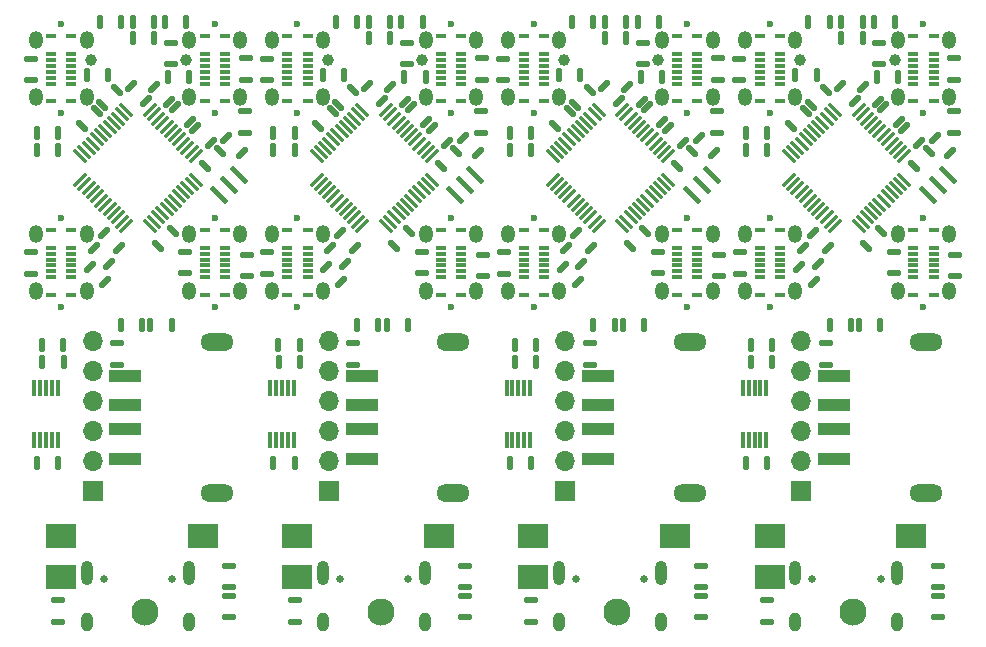
<source format=gbr>
%TF.GenerationSoftware,KiCad,Pcbnew,(6.0.7)*%
%TF.CreationDate,2023-08-28T04:04:33+08:00*%
%TF.ProjectId,USB_Hub_Panelization,5553425f-4875-4625-9f50-616e656c697a,rev?*%
%TF.SameCoordinates,Original*%
%TF.FileFunction,Soldermask,Top*%
%TF.FilePolarity,Negative*%
%FSLAX46Y46*%
G04 Gerber Fmt 4.6, Leading zero omitted, Abs format (unit mm)*
G04 Created by KiCad (PCBNEW (6.0.7)) date 2023-08-28 04:04:33*
%MOMM*%
%LPD*%
G01*
G04 APERTURE LIST*
G04 Aperture macros list*
%AMRoundRect*
0 Rectangle with rounded corners*
0 $1 Rounding radius*
0 $2 $3 $4 $5 $6 $7 $8 $9 X,Y pos of 4 corners*
0 Add a 4 corners polygon primitive as box body*
4,1,4,$2,$3,$4,$5,$6,$7,$8,$9,$2,$3,0*
0 Add four circle primitives for the rounded corners*
1,1,$1+$1,$2,$3*
1,1,$1+$1,$4,$5*
1,1,$1+$1,$6,$7*
1,1,$1+$1,$8,$9*
0 Add four rect primitives between the rounded corners*
20,1,$1+$1,$2,$3,$4,$5,0*
20,1,$1+$1,$4,$5,$6,$7,0*
20,1,$1+$1,$6,$7,$8,$9,0*
20,1,$1+$1,$8,$9,$2,$3,0*%
%AMRotRect*
0 Rectangle, with rotation*
0 The origin of the aperture is its center*
0 $1 length*
0 $2 width*
0 $3 Rotation angle, in degrees counterclockwise*
0 Add horizontal line*
21,1,$1,$2,0,0,$3*%
G04 Aperture macros list end*
%ADD10RoundRect,0.125000X-0.424264X-0.247487X-0.247487X-0.424264X0.424264X0.247487X0.247487X0.424264X0*%
%ADD11O,1.700000X1.700000*%
%ADD12R,1.700000X1.700000*%
%ADD13RoundRect,0.121951X0.128049X0.478049X-0.128049X0.478049X-0.128049X-0.478049X0.128049X-0.478049X0*%
%ADD14R,2.500000X2.000000*%
%ADD15C,2.300000*%
%ADD16RoundRect,0.125000X0.247487X-0.424264X0.424264X-0.247487X-0.247487X0.424264X-0.424264X0.247487X0*%
%ADD17RoundRect,0.125000X0.475000X-0.125000X0.475000X0.125000X-0.475000X0.125000X-0.475000X-0.125000X0*%
%ADD18RoundRect,0.121951X-0.128049X-0.478049X0.128049X-0.478049X0.128049X0.478049X-0.128049X0.478049X0*%
%ADD19RoundRect,0.125000X-0.475000X0.125000X-0.475000X-0.125000X0.475000X-0.125000X0.475000X0.125000X0*%
%ADD20R,0.300000X1.400000*%
%ADD21O,1.200000X1.500000*%
%ADD22R,0.870000X0.300000*%
%ADD23C,0.600000*%
%ADD24O,2.800000X1.500000*%
%ADD25R,2.800000X1.000000*%
%ADD26RoundRect,0.125000X-0.125000X-0.475000X0.125000X-0.475000X0.125000X0.475000X-0.125000X0.475000X0*%
%ADD27O,1.000000X2.100000*%
%ADD28O,1.000000X1.600000*%
%ADD29C,0.650000*%
%ADD30RoundRect,0.121951X0.428576X0.247487X0.247487X0.428576X-0.428576X-0.247487X-0.247487X-0.428576X0*%
%ADD31RoundRect,0.075000X0.415425X-0.521491X0.521491X-0.415425X-0.415425X0.521491X-0.521491X0.415425X0*%
%ADD32RoundRect,0.075000X-0.415425X-0.521491X0.521491X0.415425X0.415425X0.521491X-0.521491X-0.415425X0*%
%ADD33RotRect,0.400000X1.900000X45.000000*%
%ADD34RoundRect,0.125000X0.125000X0.475000X-0.125000X0.475000X-0.125000X-0.475000X0.125000X-0.475000X0*%
%ADD35RoundRect,0.121951X-0.478049X0.128049X-0.478049X-0.128049X0.478049X-0.128049X0.478049X0.128049X0*%
%ADD36RoundRect,0.125000X-0.247487X0.424264X-0.424264X0.247487X0.247487X-0.424264X0.424264X-0.247487X0*%
%ADD37RoundRect,0.121951X0.478049X-0.128049X0.478049X0.128049X-0.478049X0.128049X-0.478049X-0.128049X0*%
%ADD38RoundRect,0.125000X0.424264X0.247487X0.247487X0.424264X-0.424264X-0.247487X-0.247487X-0.424264X0*%
%ADD39C,1.000000*%
G04 APERTURE END LIST*
D10*
%TO.C,C22*%
X155135184Y-74998520D03*
X153862392Y-73725728D03*
%TD*%
D11*
%TO.C,J3*%
X145148788Y-91762124D03*
X145148788Y-94302124D03*
X145148788Y-96842124D03*
X145148788Y-99382124D03*
X145148788Y-101922124D03*
D12*
X145148788Y-104462124D03*
%TD*%
D13*
%TO.C,R9*%
X140898788Y-93562124D03*
X142698788Y-93562124D03*
%TD*%
D14*
%TO.C,DC1*%
X142473788Y-111762124D03*
X142473788Y-108262124D03*
X154473788Y-108262124D03*
D15*
X149553788Y-114662124D03*
%TD*%
D16*
%TO.C,C19*%
X147235184Y-70475728D03*
X145962392Y-71748520D03*
%TD*%
D17*
%TO.C,D7*%
X158098788Y-67837124D03*
X158098788Y-69637124D03*
%TD*%
D18*
%TO.C,R12*%
X150348788Y-66112124D03*
X148548788Y-66112124D03*
%TD*%
D19*
%TO.C,C3*%
X147223788Y-93762124D03*
X147223788Y-91962124D03*
%TD*%
D20*
%TO.C,U1*%
X142198788Y-100112124D03*
X141698788Y-100112124D03*
X141198788Y-100112124D03*
X140698788Y-100112124D03*
X140198788Y-100112124D03*
X140198788Y-95712124D03*
X140698788Y-95712124D03*
X141198788Y-95712124D03*
X141698788Y-95712124D03*
X142198788Y-95712124D03*
%TD*%
D21*
%TO.C,P1*%
X144648788Y-71112124D03*
X140348788Y-66312124D03*
X144648788Y-66312124D03*
X140348788Y-71112124D03*
D22*
X143363788Y-71462124D03*
X143363788Y-69962124D03*
X143363788Y-69462124D03*
X143363788Y-68962124D03*
X143363788Y-68462124D03*
X143363788Y-67962124D03*
X143363788Y-67462124D03*
X143363788Y-65962124D03*
X141633788Y-65962124D03*
X141633788Y-67462124D03*
X141633788Y-67962124D03*
X141633788Y-68462124D03*
X141633788Y-68962124D03*
X141633788Y-69462124D03*
X141633788Y-69962124D03*
X141633788Y-71462124D03*
D23*
X142498788Y-72462124D03*
X142498788Y-64962124D03*
%TD*%
D13*
%TO.C,R16*%
X140448788Y-75562124D03*
X142248788Y-75562124D03*
%TD*%
D10*
%TO.C,C24*%
X151635184Y-71498520D03*
X150362392Y-70225728D03*
%TD*%
D24*
%TO.C,J2*%
X155689288Y-104612124D03*
X155689288Y-91812124D03*
D25*
X147923288Y-94712124D03*
X147923288Y-97212124D03*
X147923288Y-99212124D03*
X147923288Y-101712124D03*
%TD*%
D26*
%TO.C,C6*%
X142248788Y-102112124D03*
X140448788Y-102112124D03*
%TD*%
D21*
%TO.C,P5*%
X153348788Y-66312124D03*
X157648788Y-71112124D03*
X153348788Y-71112124D03*
X157648788Y-66312124D03*
D22*
X156363788Y-71462124D03*
X156363788Y-69962124D03*
X156363788Y-69462124D03*
X156363788Y-68962124D03*
X156363788Y-68462124D03*
X156363788Y-67962124D03*
X156363788Y-67462124D03*
X156363788Y-65962124D03*
X154633788Y-65962124D03*
X154633788Y-67462124D03*
X154633788Y-67962124D03*
X154633788Y-68462124D03*
X154633788Y-68962124D03*
X154633788Y-69462124D03*
X154633788Y-69962124D03*
X154633788Y-71462124D03*
D23*
X155498788Y-72462124D03*
X155498788Y-64962124D03*
%TD*%
D17*
%TO.C,D9*%
X156698788Y-113337124D03*
X156698788Y-115137124D03*
%TD*%
%TO.C,C1*%
X151748788Y-66512124D03*
X151748788Y-68312124D03*
%TD*%
D10*
%TO.C,C21*%
X157760184Y-75823520D03*
X156487392Y-74550728D03*
%TD*%
D19*
%TO.C,C7*%
X152998788Y-86012124D03*
X152998788Y-84212124D03*
%TD*%
D27*
%TO.C,P2*%
X153293788Y-111382124D03*
X144653788Y-111382124D03*
D28*
X153293788Y-115562124D03*
X144653788Y-115562124D03*
D29*
X146083788Y-111912124D03*
X151863788Y-111912124D03*
%TD*%
D30*
%TO.C,R17*%
X148412392Y-70175728D03*
X149685184Y-71448520D03*
%TD*%
D18*
%TO.C,R20*%
X153348788Y-69412124D03*
X151548788Y-69412124D03*
%TD*%
D31*
%TO.C,U3*%
X144110912Y-76113336D03*
X144464466Y-75759782D03*
X144818019Y-75406229D03*
X145171573Y-75052675D03*
X145525126Y-74699122D03*
X145878679Y-74345569D03*
X146232233Y-73992015D03*
X146585786Y-73638462D03*
X146939339Y-73284909D03*
X147292893Y-72931355D03*
X147646446Y-72577802D03*
X148000000Y-72224248D03*
D32*
X149997576Y-72224248D03*
X150351130Y-72577802D03*
X150704683Y-72931355D03*
X151058237Y-73284909D03*
X151411790Y-73638462D03*
X151765343Y-73992015D03*
X152118897Y-74345569D03*
X152472450Y-74699122D03*
X152826003Y-75052675D03*
X153179557Y-75406229D03*
X153533110Y-75759782D03*
X153886664Y-76113336D03*
D31*
X153886664Y-78110912D03*
X153533110Y-78464466D03*
X153179557Y-78818019D03*
X152826003Y-79171573D03*
X152472450Y-79525126D03*
X152118897Y-79878679D03*
X151765343Y-80232233D03*
X151411790Y-80585786D03*
X151058237Y-80939339D03*
X150704683Y-81292893D03*
X150351130Y-81646446D03*
X149997576Y-82000000D03*
D32*
X148000000Y-82000000D03*
X147646446Y-81646446D03*
X147292893Y-81292893D03*
X146939339Y-80939339D03*
X146585786Y-80585786D03*
X146232233Y-80232233D03*
X145878679Y-79878679D03*
X145525126Y-79525126D03*
X145171573Y-79171573D03*
X144818019Y-78818019D03*
X144464466Y-78464466D03*
X144110912Y-78110912D03*
%TD*%
D17*
%TO.C,D5*%
X139948788Y-84262124D03*
X139948788Y-86062124D03*
%TD*%
D13*
%TO.C,R2*%
X144648788Y-69212124D03*
X146448788Y-69212124D03*
%TD*%
D33*
%TO.C,Y1*%
X157568027Y-77692885D03*
X156719499Y-78541413D03*
X155870971Y-79389941D03*
%TD*%
D10*
%TO.C,C5*%
X146210184Y-86798520D03*
X144937392Y-85525728D03*
%TD*%
D34*
%TO.C,D6*%
X150048788Y-90437124D03*
X151848788Y-90437124D03*
%TD*%
D13*
%TO.C,R8*%
X145748788Y-64762124D03*
X147548788Y-64762124D03*
%TD*%
D10*
%TO.C,C11*%
X147385184Y-83898520D03*
X146112392Y-82625728D03*
%TD*%
D26*
%TO.C,D3*%
X150348788Y-64762124D03*
X148548788Y-64762124D03*
%TD*%
D35*
%TO.C,R22*%
X156698788Y-112612124D03*
X156698788Y-110812124D03*
%TD*%
D36*
%TO.C,C15*%
X150662392Y-83698520D03*
X151935184Y-82425728D03*
%TD*%
D17*
%TO.C,D2*%
X158198788Y-84462124D03*
X158198788Y-86262124D03*
%TD*%
D16*
%TO.C,C23*%
X155935184Y-75675728D03*
X154662392Y-76948520D03*
%TD*%
D21*
%TO.C,P3*%
X144648788Y-87512124D03*
X140348788Y-87512124D03*
X140348788Y-82712124D03*
X144648788Y-82712124D03*
D22*
X143363788Y-87862124D03*
X143363788Y-86362124D03*
X143363788Y-85862124D03*
X143363788Y-85362124D03*
X143363788Y-84862124D03*
X143363788Y-84362124D03*
X143363788Y-83862124D03*
X143363788Y-82362124D03*
X141633788Y-82362124D03*
X141633788Y-83862124D03*
X141633788Y-84362124D03*
X141633788Y-84862124D03*
X141633788Y-85362124D03*
X141633788Y-85862124D03*
X141633788Y-86362124D03*
X141633788Y-87862124D03*
D23*
X142498788Y-81362124D03*
X142498788Y-88862124D03*
%TD*%
D18*
%TO.C,R11*%
X149348788Y-90437124D03*
X147548788Y-90437124D03*
%TD*%
D37*
%TO.C,R19*%
X158048788Y-72312124D03*
X158048788Y-74112124D03*
%TD*%
D21*
%TO.C,P4*%
X157648788Y-87512124D03*
X157648788Y-82712124D03*
X153348788Y-87512124D03*
X153348788Y-82712124D03*
D22*
X156363788Y-87862124D03*
X156363788Y-86362124D03*
X156363788Y-85862124D03*
X156363788Y-85362124D03*
X156363788Y-84862124D03*
X156363788Y-84362124D03*
X156363788Y-83862124D03*
X156363788Y-82362124D03*
X154633788Y-82362124D03*
X154633788Y-83862124D03*
X154633788Y-84362124D03*
X154633788Y-84862124D03*
X154633788Y-85362124D03*
X154633788Y-85862124D03*
X154633788Y-86362124D03*
X154633788Y-87862124D03*
D23*
X155498788Y-88862124D03*
X155498788Y-81362124D03*
%TD*%
D18*
%TO.C,R18*%
X142248788Y-74162124D03*
X140448788Y-74162124D03*
%TD*%
D17*
%TO.C,D8*%
X139898788Y-67862124D03*
X139898788Y-69662124D03*
%TD*%
D34*
%TO.C,D4*%
X140873788Y-92137124D03*
X142673788Y-92137124D03*
%TD*%
D38*
%TO.C,C25*%
X152112392Y-71975728D03*
X153385184Y-73248520D03*
%TD*%
D18*
%TO.C,R21*%
X153098788Y-64762124D03*
X151298788Y-64762124D03*
%TD*%
D16*
%TO.C,C18*%
X145535184Y-72325728D03*
X144262392Y-73598520D03*
%TD*%
D19*
%TO.C,C4*%
X142248788Y-115512124D03*
X142248788Y-113712124D03*
%TD*%
D39*
%TO.C,Card1*%
X153048788Y-67937124D03*
X145048788Y-67934124D03*
%TD*%
D10*
%TO.C,C9*%
X146535184Y-85198520D03*
X145262392Y-83925728D03*
%TD*%
D17*
%TO.C,D9*%
X136698788Y-113337124D03*
X136698788Y-115137124D03*
%TD*%
%TO.C,C1*%
X131748788Y-66512124D03*
X131748788Y-68312124D03*
%TD*%
D10*
%TO.C,C22*%
X135135184Y-74998520D03*
X133862392Y-73725728D03*
%TD*%
D11*
%TO.C,J3*%
X125148788Y-91762124D03*
X125148788Y-94302124D03*
X125148788Y-96842124D03*
X125148788Y-99382124D03*
X125148788Y-101922124D03*
D12*
X125148788Y-104462124D03*
%TD*%
D16*
%TO.C,C19*%
X127235184Y-70475728D03*
X125962392Y-71748520D03*
%TD*%
D10*
%TO.C,C5*%
X126210184Y-86798520D03*
X124937392Y-85525728D03*
%TD*%
D17*
%TO.C,D7*%
X138098788Y-67837124D03*
X138098788Y-69637124D03*
%TD*%
D18*
%TO.C,R12*%
X130348788Y-66112124D03*
X128548788Y-66112124D03*
%TD*%
D19*
%TO.C,C3*%
X127223788Y-93762124D03*
X127223788Y-91962124D03*
%TD*%
D20*
%TO.C,U1*%
X122198788Y-100112124D03*
X121698788Y-100112124D03*
X121198788Y-100112124D03*
X120698788Y-100112124D03*
X120198788Y-100112124D03*
X120198788Y-95712124D03*
X120698788Y-95712124D03*
X121198788Y-95712124D03*
X121698788Y-95712124D03*
X122198788Y-95712124D03*
%TD*%
D10*
%TO.C,C9*%
X126535184Y-85198520D03*
X125262392Y-83925728D03*
%TD*%
D13*
%TO.C,R16*%
X120448788Y-75562124D03*
X122248788Y-75562124D03*
%TD*%
D10*
%TO.C,C24*%
X131635184Y-71498520D03*
X130362392Y-70225728D03*
%TD*%
D38*
%TO.C,C25*%
X132112392Y-71975728D03*
X133385184Y-73248520D03*
%TD*%
D26*
%TO.C,C6*%
X122248788Y-102112124D03*
X120448788Y-102112124D03*
%TD*%
D10*
%TO.C,C21*%
X137760184Y-75823520D03*
X136487392Y-74550728D03*
%TD*%
D21*
%TO.C,P1*%
X124648788Y-71112124D03*
X120348788Y-66312124D03*
X124648788Y-66312124D03*
X120348788Y-71112124D03*
D22*
X123363788Y-71462124D03*
X123363788Y-69962124D03*
X123363788Y-69462124D03*
X123363788Y-68962124D03*
X123363788Y-68462124D03*
X123363788Y-67962124D03*
X123363788Y-67462124D03*
X123363788Y-65962124D03*
X121633788Y-65962124D03*
X121633788Y-67462124D03*
X121633788Y-67962124D03*
X121633788Y-68462124D03*
X121633788Y-68962124D03*
X121633788Y-69462124D03*
X121633788Y-69962124D03*
X121633788Y-71462124D03*
D23*
X122498788Y-72462124D03*
X122498788Y-64962124D03*
%TD*%
D17*
%TO.C,D5*%
X119948788Y-84262124D03*
X119948788Y-86062124D03*
%TD*%
D14*
%TO.C,DC1*%
X122473788Y-111762124D03*
X122473788Y-108262124D03*
X134473788Y-108262124D03*
D15*
X129553788Y-114662124D03*
%TD*%
D18*
%TO.C,R20*%
X133348788Y-69412124D03*
X131548788Y-69412124D03*
%TD*%
D31*
%TO.C,U3*%
X124110912Y-76113336D03*
X124464466Y-75759782D03*
X124818019Y-75406229D03*
X125171573Y-75052675D03*
X125525126Y-74699122D03*
X125878679Y-74345569D03*
X126232233Y-73992015D03*
X126585786Y-73638462D03*
X126939339Y-73284909D03*
X127292893Y-72931355D03*
X127646446Y-72577802D03*
X128000000Y-72224248D03*
D32*
X129997576Y-72224248D03*
X130351130Y-72577802D03*
X130704683Y-72931355D03*
X131058237Y-73284909D03*
X131411790Y-73638462D03*
X131765343Y-73992015D03*
X132118897Y-74345569D03*
X132472450Y-74699122D03*
X132826003Y-75052675D03*
X133179557Y-75406229D03*
X133533110Y-75759782D03*
X133886664Y-76113336D03*
D31*
X133886664Y-78110912D03*
X133533110Y-78464466D03*
X133179557Y-78818019D03*
X132826003Y-79171573D03*
X132472450Y-79525126D03*
X132118897Y-79878679D03*
X131765343Y-80232233D03*
X131411790Y-80585786D03*
X131058237Y-80939339D03*
X130704683Y-81292893D03*
X130351130Y-81646446D03*
X129997576Y-82000000D03*
D32*
X128000000Y-82000000D03*
X127646446Y-81646446D03*
X127292893Y-81292893D03*
X126939339Y-80939339D03*
X126585786Y-80585786D03*
X126232233Y-80232233D03*
X125878679Y-79878679D03*
X125525126Y-79525126D03*
X125171573Y-79171573D03*
X124818019Y-78818019D03*
X124464466Y-78464466D03*
X124110912Y-78110912D03*
%TD*%
D19*
%TO.C,C4*%
X122248788Y-115512124D03*
X122248788Y-113712124D03*
%TD*%
D13*
%TO.C,R9*%
X120898788Y-93562124D03*
X122698788Y-93562124D03*
%TD*%
D34*
%TO.C,D6*%
X130048788Y-90437124D03*
X131848788Y-90437124D03*
%TD*%
D13*
%TO.C,R2*%
X124648788Y-69212124D03*
X126448788Y-69212124D03*
%TD*%
D33*
%TO.C,Y1*%
X137568027Y-77692885D03*
X136719499Y-78541413D03*
X135870971Y-79389941D03*
%TD*%
D36*
%TO.C,C15*%
X130662392Y-83698520D03*
X131935184Y-82425728D03*
%TD*%
D34*
%TO.C,D4*%
X120873788Y-92137124D03*
X122673788Y-92137124D03*
%TD*%
D26*
%TO.C,D3*%
X130348788Y-64762124D03*
X128548788Y-64762124D03*
%TD*%
D35*
%TO.C,R22*%
X136698788Y-112612124D03*
X136698788Y-110812124D03*
%TD*%
D39*
%TO.C,Card1*%
X133048788Y-67937124D03*
X125048788Y-67934124D03*
%TD*%
D21*
%TO.C,P3*%
X124648788Y-87512124D03*
X120348788Y-87512124D03*
X120348788Y-82712124D03*
X124648788Y-82712124D03*
D22*
X123363788Y-87862124D03*
X123363788Y-86362124D03*
X123363788Y-85862124D03*
X123363788Y-85362124D03*
X123363788Y-84862124D03*
X123363788Y-84362124D03*
X123363788Y-83862124D03*
X123363788Y-82362124D03*
X121633788Y-82362124D03*
X121633788Y-83862124D03*
X121633788Y-84362124D03*
X121633788Y-84862124D03*
X121633788Y-85362124D03*
X121633788Y-85862124D03*
X121633788Y-86362124D03*
X121633788Y-87862124D03*
D23*
X122498788Y-81362124D03*
X122498788Y-88862124D03*
%TD*%
D37*
%TO.C,R19*%
X138048788Y-72312124D03*
X138048788Y-74112124D03*
%TD*%
D21*
%TO.C,P4*%
X137648788Y-87512124D03*
X137648788Y-82712124D03*
X133348788Y-87512124D03*
X133348788Y-82712124D03*
D22*
X136363788Y-87862124D03*
X136363788Y-86362124D03*
X136363788Y-85862124D03*
X136363788Y-85362124D03*
X136363788Y-84862124D03*
X136363788Y-84362124D03*
X136363788Y-83862124D03*
X136363788Y-82362124D03*
X134633788Y-82362124D03*
X134633788Y-83862124D03*
X134633788Y-84362124D03*
X134633788Y-84862124D03*
X134633788Y-85362124D03*
X134633788Y-85862124D03*
X134633788Y-86362124D03*
X134633788Y-87862124D03*
D23*
X135498788Y-88862124D03*
X135498788Y-81362124D03*
%TD*%
D21*
%TO.C,P5*%
X133348788Y-66312124D03*
X137648788Y-71112124D03*
X133348788Y-71112124D03*
X137648788Y-66312124D03*
D22*
X136363788Y-71462124D03*
X136363788Y-69962124D03*
X136363788Y-69462124D03*
X136363788Y-68962124D03*
X136363788Y-68462124D03*
X136363788Y-67962124D03*
X136363788Y-67462124D03*
X136363788Y-65962124D03*
X134633788Y-65962124D03*
X134633788Y-67462124D03*
X134633788Y-67962124D03*
X134633788Y-68462124D03*
X134633788Y-68962124D03*
X134633788Y-69462124D03*
X134633788Y-69962124D03*
X134633788Y-71462124D03*
D23*
X135498788Y-72462124D03*
X135498788Y-64962124D03*
%TD*%
D30*
%TO.C,R17*%
X128412392Y-70175728D03*
X129685184Y-71448520D03*
%TD*%
D27*
%TO.C,P2*%
X133293788Y-111382124D03*
X124653788Y-111382124D03*
D28*
X133293788Y-115562124D03*
X124653788Y-115562124D03*
D29*
X126083788Y-111912124D03*
X131863788Y-111912124D03*
%TD*%
D18*
%TO.C,R18*%
X122248788Y-74162124D03*
X120448788Y-74162124D03*
%TD*%
D16*
%TO.C,C23*%
X135935184Y-75675728D03*
X134662392Y-76948520D03*
%TD*%
D17*
%TO.C,D8*%
X119898788Y-67862124D03*
X119898788Y-69662124D03*
%TD*%
D18*
%TO.C,R11*%
X129348788Y-90437124D03*
X127548788Y-90437124D03*
%TD*%
%TO.C,R21*%
X133098788Y-64762124D03*
X131298788Y-64762124D03*
%TD*%
D16*
%TO.C,C18*%
X125535184Y-72325728D03*
X124262392Y-73598520D03*
%TD*%
D24*
%TO.C,J2*%
X135689288Y-104612124D03*
X135689288Y-91812124D03*
D25*
X127923288Y-94712124D03*
X127923288Y-97212124D03*
X127923288Y-99212124D03*
X127923288Y-101712124D03*
%TD*%
D13*
%TO.C,R8*%
X125748788Y-64762124D03*
X127548788Y-64762124D03*
%TD*%
D17*
%TO.C,D2*%
X138198788Y-84462124D03*
X138198788Y-86262124D03*
%TD*%
D10*
%TO.C,C11*%
X127385184Y-83898520D03*
X126112392Y-82625728D03*
%TD*%
D19*
%TO.C,C7*%
X132998788Y-86012124D03*
X132998788Y-84212124D03*
%TD*%
D17*
%TO.C,D9*%
X116698788Y-113337124D03*
X116698788Y-115137124D03*
%TD*%
%TO.C,C1*%
X111748788Y-66512124D03*
X111748788Y-68312124D03*
%TD*%
D10*
%TO.C,C22*%
X115135184Y-74998520D03*
X113862392Y-73725728D03*
%TD*%
D27*
%TO.C,P2*%
X113293788Y-111382124D03*
X104653788Y-111382124D03*
D28*
X113293788Y-115562124D03*
X104653788Y-115562124D03*
D29*
X106083788Y-111912124D03*
X111863788Y-111912124D03*
%TD*%
D13*
%TO.C,R9*%
X100898788Y-93562124D03*
X102698788Y-93562124D03*
%TD*%
D14*
%TO.C,DC1*%
X102473788Y-111762124D03*
X102473788Y-108262124D03*
X114473788Y-108262124D03*
D15*
X109553788Y-114662124D03*
%TD*%
D16*
%TO.C,C19*%
X107235184Y-70475728D03*
X105962392Y-71748520D03*
%TD*%
D18*
%TO.C,R12*%
X110348788Y-66112124D03*
X108548788Y-66112124D03*
%TD*%
D19*
%TO.C,C3*%
X107223788Y-93762124D03*
X107223788Y-91962124D03*
%TD*%
D17*
%TO.C,D5*%
X99948788Y-84262124D03*
X99948788Y-86062124D03*
%TD*%
D13*
%TO.C,R8*%
X105748788Y-64762124D03*
X107548788Y-64762124D03*
%TD*%
D10*
%TO.C,C9*%
X106535184Y-85198520D03*
X105262392Y-83925728D03*
%TD*%
D21*
%TO.C,P1*%
X104648788Y-71112124D03*
X100348788Y-66312124D03*
X104648788Y-66312124D03*
X100348788Y-71112124D03*
D22*
X103363788Y-71462124D03*
X103363788Y-69962124D03*
X103363788Y-69462124D03*
X103363788Y-68962124D03*
X103363788Y-68462124D03*
X103363788Y-67962124D03*
X103363788Y-67462124D03*
X103363788Y-65962124D03*
X101633788Y-65962124D03*
X101633788Y-67462124D03*
X101633788Y-67962124D03*
X101633788Y-68462124D03*
X101633788Y-68962124D03*
X101633788Y-69462124D03*
X101633788Y-69962124D03*
X101633788Y-71462124D03*
D23*
X102498788Y-72462124D03*
X102498788Y-64962124D03*
%TD*%
D30*
%TO.C,R17*%
X108412392Y-70175728D03*
X109685184Y-71448520D03*
%TD*%
D38*
%TO.C,C25*%
X112112392Y-71975728D03*
X113385184Y-73248520D03*
%TD*%
D24*
%TO.C,J2*%
X115689288Y-104612124D03*
X115689288Y-91812124D03*
D25*
X107923288Y-94712124D03*
X107923288Y-97212124D03*
X107923288Y-99212124D03*
X107923288Y-101712124D03*
%TD*%
D26*
%TO.C,C6*%
X102248788Y-102112124D03*
X100448788Y-102112124D03*
%TD*%
D34*
%TO.C,D4*%
X100873788Y-92137124D03*
X102673788Y-92137124D03*
%TD*%
D19*
%TO.C,C7*%
X112998788Y-86012124D03*
X112998788Y-84212124D03*
%TD*%
D36*
%TO.C,C15*%
X110662392Y-83698520D03*
X111935184Y-82425728D03*
%TD*%
D18*
%TO.C,R20*%
X113348788Y-69412124D03*
X111548788Y-69412124D03*
%TD*%
D10*
%TO.C,C24*%
X111635184Y-71498520D03*
X110362392Y-70225728D03*
%TD*%
D19*
%TO.C,C4*%
X102248788Y-115512124D03*
X102248788Y-113712124D03*
%TD*%
D10*
%TO.C,C5*%
X106210184Y-86798520D03*
X104937392Y-85525728D03*
%TD*%
D33*
%TO.C,Y1*%
X117568027Y-77692885D03*
X116719499Y-78541413D03*
X115870971Y-79389941D03*
%TD*%
D31*
%TO.C,U3*%
X104110912Y-76113336D03*
X104464466Y-75759782D03*
X104818019Y-75406229D03*
X105171573Y-75052675D03*
X105525126Y-74699122D03*
X105878679Y-74345569D03*
X106232233Y-73992015D03*
X106585786Y-73638462D03*
X106939339Y-73284909D03*
X107292893Y-72931355D03*
X107646446Y-72577802D03*
X108000000Y-72224248D03*
D32*
X109997576Y-72224248D03*
X110351130Y-72577802D03*
X110704683Y-72931355D03*
X111058237Y-73284909D03*
X111411790Y-73638462D03*
X111765343Y-73992015D03*
X112118897Y-74345569D03*
X112472450Y-74699122D03*
X112826003Y-75052675D03*
X113179557Y-75406229D03*
X113533110Y-75759782D03*
X113886664Y-76113336D03*
D31*
X113886664Y-78110912D03*
X113533110Y-78464466D03*
X113179557Y-78818019D03*
X112826003Y-79171573D03*
X112472450Y-79525126D03*
X112118897Y-79878679D03*
X111765343Y-80232233D03*
X111411790Y-80585786D03*
X111058237Y-80939339D03*
X110704683Y-81292893D03*
X110351130Y-81646446D03*
X109997576Y-82000000D03*
D32*
X108000000Y-82000000D03*
X107646446Y-81646446D03*
X107292893Y-81292893D03*
X106939339Y-80939339D03*
X106585786Y-80585786D03*
X106232233Y-80232233D03*
X105878679Y-79878679D03*
X105525126Y-79525126D03*
X105171573Y-79171573D03*
X104818019Y-78818019D03*
X104464466Y-78464466D03*
X104110912Y-78110912D03*
%TD*%
D21*
%TO.C,P5*%
X113348788Y-66312124D03*
X117648788Y-71112124D03*
X113348788Y-71112124D03*
X117648788Y-66312124D03*
D22*
X116363788Y-71462124D03*
X116363788Y-69962124D03*
X116363788Y-69462124D03*
X116363788Y-68962124D03*
X116363788Y-68462124D03*
X116363788Y-67962124D03*
X116363788Y-67462124D03*
X116363788Y-65962124D03*
X114633788Y-65962124D03*
X114633788Y-67462124D03*
X114633788Y-67962124D03*
X114633788Y-68462124D03*
X114633788Y-68962124D03*
X114633788Y-69462124D03*
X114633788Y-69962124D03*
X114633788Y-71462124D03*
D23*
X115498788Y-72462124D03*
X115498788Y-64962124D03*
%TD*%
D10*
%TO.C,C21*%
X117760184Y-75823520D03*
X116487392Y-74550728D03*
%TD*%
D34*
%TO.C,D6*%
X110048788Y-90437124D03*
X111848788Y-90437124D03*
%TD*%
D13*
%TO.C,R2*%
X104648788Y-69212124D03*
X106448788Y-69212124D03*
%TD*%
D10*
%TO.C,C11*%
X107385184Y-83898520D03*
X106112392Y-82625728D03*
%TD*%
D26*
%TO.C,D3*%
X110348788Y-64762124D03*
X108548788Y-64762124D03*
%TD*%
D35*
%TO.C,R22*%
X116698788Y-112612124D03*
X116698788Y-110812124D03*
%TD*%
D17*
%TO.C,D2*%
X118198788Y-84462124D03*
X118198788Y-86262124D03*
%TD*%
D39*
%TO.C,Card1*%
X113048788Y-67937124D03*
X105048788Y-67934124D03*
%TD*%
D21*
%TO.C,P3*%
X104648788Y-87512124D03*
X100348788Y-87512124D03*
X100348788Y-82712124D03*
X104648788Y-82712124D03*
D22*
X103363788Y-87862124D03*
X103363788Y-86362124D03*
X103363788Y-85862124D03*
X103363788Y-85362124D03*
X103363788Y-84862124D03*
X103363788Y-84362124D03*
X103363788Y-83862124D03*
X103363788Y-82362124D03*
X101633788Y-82362124D03*
X101633788Y-83862124D03*
X101633788Y-84362124D03*
X101633788Y-84862124D03*
X101633788Y-85362124D03*
X101633788Y-85862124D03*
X101633788Y-86362124D03*
X101633788Y-87862124D03*
D23*
X102498788Y-81362124D03*
X102498788Y-88862124D03*
%TD*%
D18*
%TO.C,R11*%
X109348788Y-90437124D03*
X107548788Y-90437124D03*
%TD*%
D37*
%TO.C,R19*%
X118048788Y-72312124D03*
X118048788Y-74112124D03*
%TD*%
D18*
%TO.C,R18*%
X102248788Y-74162124D03*
X100448788Y-74162124D03*
%TD*%
D17*
%TO.C,D8*%
X99898788Y-67862124D03*
X99898788Y-69662124D03*
%TD*%
D11*
%TO.C,J3*%
X105148788Y-91762124D03*
X105148788Y-94302124D03*
X105148788Y-96842124D03*
X105148788Y-99382124D03*
X105148788Y-101922124D03*
D12*
X105148788Y-104462124D03*
%TD*%
D20*
%TO.C,U1*%
X102198788Y-100112124D03*
X101698788Y-100112124D03*
X101198788Y-100112124D03*
X100698788Y-100112124D03*
X100198788Y-100112124D03*
X100198788Y-95712124D03*
X100698788Y-95712124D03*
X101198788Y-95712124D03*
X101698788Y-95712124D03*
X102198788Y-95712124D03*
%TD*%
D13*
%TO.C,R16*%
X100448788Y-75562124D03*
X102248788Y-75562124D03*
%TD*%
D17*
%TO.C,D7*%
X118098788Y-67837124D03*
X118098788Y-69637124D03*
%TD*%
D18*
%TO.C,R21*%
X113098788Y-64762124D03*
X111298788Y-64762124D03*
%TD*%
D16*
%TO.C,C18*%
X105535184Y-72325728D03*
X104262392Y-73598520D03*
%TD*%
D21*
%TO.C,P4*%
X117648788Y-87512124D03*
X117648788Y-82712124D03*
X113348788Y-87512124D03*
X113348788Y-82712124D03*
D22*
X116363788Y-87862124D03*
X116363788Y-86362124D03*
X116363788Y-85862124D03*
X116363788Y-85362124D03*
X116363788Y-84862124D03*
X116363788Y-84362124D03*
X116363788Y-83862124D03*
X116363788Y-82362124D03*
X114633788Y-82362124D03*
X114633788Y-83862124D03*
X114633788Y-84362124D03*
X114633788Y-84862124D03*
X114633788Y-85362124D03*
X114633788Y-85862124D03*
X114633788Y-86362124D03*
X114633788Y-87862124D03*
D23*
X115498788Y-88862124D03*
X115498788Y-81362124D03*
%TD*%
D16*
%TO.C,C23*%
X115935184Y-75675728D03*
X114662392Y-76948520D03*
%TD*%
D17*
%TO.C,C1*%
X91748788Y-66512124D03*
X91748788Y-68312124D03*
%TD*%
D10*
%TO.C,C24*%
X91635184Y-71498520D03*
X90362392Y-70225728D03*
%TD*%
D17*
%TO.C,D9*%
X96698788Y-113337124D03*
X96698788Y-115137124D03*
%TD*%
D36*
%TO.C,C15*%
X90662392Y-83698520D03*
X91935184Y-82425728D03*
%TD*%
D26*
%TO.C,C6*%
X82248788Y-102112124D03*
X80448788Y-102112124D03*
%TD*%
D19*
%TO.C,C7*%
X92998788Y-86012124D03*
X92998788Y-84212124D03*
%TD*%
D38*
%TO.C,C25*%
X92112392Y-71975728D03*
X93385184Y-73248520D03*
%TD*%
D18*
%TO.C,R20*%
X93348788Y-69412124D03*
X91548788Y-69412124D03*
%TD*%
D10*
%TO.C,C22*%
X95135184Y-74998520D03*
X93862392Y-73725728D03*
%TD*%
D26*
%TO.C,D3*%
X90348788Y-64762124D03*
X88548788Y-64762124D03*
%TD*%
D21*
%TO.C,P5*%
X93348788Y-66312124D03*
X97648788Y-71112124D03*
X93348788Y-71112124D03*
X97648788Y-66312124D03*
D22*
X96363788Y-71462124D03*
X96363788Y-69962124D03*
X96363788Y-69462124D03*
X96363788Y-68962124D03*
X96363788Y-68462124D03*
X96363788Y-67962124D03*
X96363788Y-67462124D03*
X96363788Y-65962124D03*
X94633788Y-65962124D03*
X94633788Y-67462124D03*
X94633788Y-67962124D03*
X94633788Y-68462124D03*
X94633788Y-68962124D03*
X94633788Y-69462124D03*
X94633788Y-69962124D03*
X94633788Y-71462124D03*
D23*
X95498788Y-72462124D03*
X95498788Y-64962124D03*
%TD*%
D19*
%TO.C,C4*%
X82248788Y-115512124D03*
X82248788Y-113712124D03*
%TD*%
D24*
%TO.C,J2*%
X95689288Y-104612124D03*
X95689288Y-91812124D03*
D25*
X87923288Y-94712124D03*
X87923288Y-97212124D03*
X87923288Y-99212124D03*
X87923288Y-101712124D03*
%TD*%
D21*
%TO.C,P4*%
X97648788Y-87512124D03*
X97648788Y-82712124D03*
X93348788Y-87512124D03*
X93348788Y-82712124D03*
D22*
X96363788Y-87862124D03*
X96363788Y-86362124D03*
X96363788Y-85862124D03*
X96363788Y-85362124D03*
X96363788Y-84862124D03*
X96363788Y-84362124D03*
X96363788Y-83862124D03*
X96363788Y-82362124D03*
X94633788Y-82362124D03*
X94633788Y-83862124D03*
X94633788Y-84362124D03*
X94633788Y-84862124D03*
X94633788Y-85362124D03*
X94633788Y-85862124D03*
X94633788Y-86362124D03*
X94633788Y-87862124D03*
D23*
X95498788Y-88862124D03*
X95498788Y-81362124D03*
%TD*%
D18*
%TO.C,R11*%
X89348788Y-90437124D03*
X87548788Y-90437124D03*
%TD*%
D16*
%TO.C,C23*%
X95935184Y-75675728D03*
X94662392Y-76948520D03*
%TD*%
D35*
%TO.C,R22*%
X96698788Y-112612124D03*
X96698788Y-110812124D03*
%TD*%
D37*
%TO.C,R19*%
X98048788Y-72312124D03*
X98048788Y-74112124D03*
%TD*%
D21*
%TO.C,P3*%
X84648788Y-87512124D03*
X80348788Y-87512124D03*
X80348788Y-82712124D03*
X84648788Y-82712124D03*
D22*
X83363788Y-87862124D03*
X83363788Y-86362124D03*
X83363788Y-85862124D03*
X83363788Y-85362124D03*
X83363788Y-84862124D03*
X83363788Y-84362124D03*
X83363788Y-83862124D03*
X83363788Y-82362124D03*
X81633788Y-82362124D03*
X81633788Y-83862124D03*
X81633788Y-84362124D03*
X81633788Y-84862124D03*
X81633788Y-85362124D03*
X81633788Y-85862124D03*
X81633788Y-86362124D03*
X81633788Y-87862124D03*
D23*
X82498788Y-81362124D03*
X82498788Y-88862124D03*
%TD*%
D16*
%TO.C,C18*%
X85535184Y-72325728D03*
X84262392Y-73598520D03*
%TD*%
D18*
%TO.C,R21*%
X93098788Y-64762124D03*
X91298788Y-64762124D03*
%TD*%
D17*
%TO.C,D2*%
X98198788Y-84462124D03*
X98198788Y-86262124D03*
%TD*%
D13*
%TO.C,R8*%
X85748788Y-64762124D03*
X87548788Y-64762124D03*
%TD*%
D19*
%TO.C,C3*%
X87223788Y-93762124D03*
X87223788Y-91962124D03*
%TD*%
D10*
%TO.C,C21*%
X97760184Y-75823520D03*
X96487392Y-74550728D03*
%TD*%
D18*
%TO.C,R12*%
X90348788Y-66112124D03*
X88548788Y-66112124D03*
%TD*%
D34*
%TO.C,D4*%
X80873788Y-92137124D03*
X82673788Y-92137124D03*
%TD*%
D13*
%TO.C,R2*%
X84648788Y-69212124D03*
X86448788Y-69212124D03*
%TD*%
D10*
%TO.C,C9*%
X86535184Y-85198520D03*
X85262392Y-83925728D03*
%TD*%
D17*
%TO.C,D5*%
X79948788Y-84262124D03*
X79948788Y-86062124D03*
%TD*%
D10*
%TO.C,C11*%
X87385184Y-83898520D03*
X86112392Y-82625728D03*
%TD*%
D17*
%TO.C,D8*%
X79898788Y-67862124D03*
X79898788Y-69662124D03*
%TD*%
%TO.C,D7*%
X98098788Y-67837124D03*
X98098788Y-69637124D03*
%TD*%
D30*
%TO.C,R17*%
X88412392Y-70175728D03*
X89685184Y-71448520D03*
%TD*%
D33*
%TO.C,Y1*%
X97568027Y-77692885D03*
X96719499Y-78541413D03*
X95870971Y-79389941D03*
%TD*%
D20*
%TO.C,U1*%
X82198788Y-100112124D03*
X81698788Y-100112124D03*
X81198788Y-100112124D03*
X80698788Y-100112124D03*
X80198788Y-100112124D03*
X80198788Y-95712124D03*
X80698788Y-95712124D03*
X81198788Y-95712124D03*
X81698788Y-95712124D03*
X82198788Y-95712124D03*
%TD*%
D10*
%TO.C,C5*%
X86210184Y-86798520D03*
X84937392Y-85525728D03*
%TD*%
D16*
%TO.C,C19*%
X87235184Y-70475728D03*
X85962392Y-71748520D03*
%TD*%
D14*
%TO.C,DC1*%
X82473788Y-111762124D03*
X82473788Y-108262124D03*
X94473788Y-108262124D03*
D15*
X89553788Y-114662124D03*
%TD*%
D13*
%TO.C,R16*%
X80448788Y-75562124D03*
X82248788Y-75562124D03*
%TD*%
D31*
%TO.C,U3*%
X84110912Y-76113336D03*
X84464466Y-75759782D03*
X84818019Y-75406229D03*
X85171573Y-75052675D03*
X85525126Y-74699122D03*
X85878679Y-74345569D03*
X86232233Y-73992015D03*
X86585786Y-73638462D03*
X86939339Y-73284909D03*
X87292893Y-72931355D03*
X87646446Y-72577802D03*
X88000000Y-72224248D03*
D32*
X89997576Y-72224248D03*
X90351130Y-72577802D03*
X90704683Y-72931355D03*
X91058237Y-73284909D03*
X91411790Y-73638462D03*
X91765343Y-73992015D03*
X92118897Y-74345569D03*
X92472450Y-74699122D03*
X92826003Y-75052675D03*
X93179557Y-75406229D03*
X93533110Y-75759782D03*
X93886664Y-76113336D03*
D31*
X93886664Y-78110912D03*
X93533110Y-78464466D03*
X93179557Y-78818019D03*
X92826003Y-79171573D03*
X92472450Y-79525126D03*
X92118897Y-79878679D03*
X91765343Y-80232233D03*
X91411790Y-80585786D03*
X91058237Y-80939339D03*
X90704683Y-81292893D03*
X90351130Y-81646446D03*
X89997576Y-82000000D03*
D32*
X88000000Y-82000000D03*
X87646446Y-81646446D03*
X87292893Y-81292893D03*
X86939339Y-80939339D03*
X86585786Y-80585786D03*
X86232233Y-80232233D03*
X85878679Y-79878679D03*
X85525126Y-79525126D03*
X85171573Y-79171573D03*
X84818019Y-78818019D03*
X84464466Y-78464466D03*
X84110912Y-78110912D03*
%TD*%
D18*
%TO.C,R18*%
X82248788Y-74162124D03*
X80448788Y-74162124D03*
%TD*%
D34*
%TO.C,D6*%
X90048788Y-90437124D03*
X91848788Y-90437124D03*
%TD*%
D21*
%TO.C,P1*%
X84648788Y-71112124D03*
X80348788Y-66312124D03*
X84648788Y-66312124D03*
X80348788Y-71112124D03*
D22*
X83363788Y-71462124D03*
X83363788Y-69962124D03*
X83363788Y-69462124D03*
X83363788Y-68962124D03*
X83363788Y-68462124D03*
X83363788Y-67962124D03*
X83363788Y-67462124D03*
X83363788Y-65962124D03*
X81633788Y-65962124D03*
X81633788Y-67462124D03*
X81633788Y-67962124D03*
X81633788Y-68462124D03*
X81633788Y-68962124D03*
X81633788Y-69462124D03*
X81633788Y-69962124D03*
X81633788Y-71462124D03*
D23*
X82498788Y-72462124D03*
X82498788Y-64962124D03*
%TD*%
D13*
%TO.C,R9*%
X80898788Y-93562124D03*
X82698788Y-93562124D03*
%TD*%
D11*
%TO.C,J3*%
X85148788Y-91762124D03*
X85148788Y-94302124D03*
X85148788Y-96842124D03*
X85148788Y-99382124D03*
X85148788Y-101922124D03*
D12*
X85148788Y-104462124D03*
%TD*%
D39*
%TO.C,Card1*%
X93048788Y-67937124D03*
X85048788Y-67934124D03*
%TD*%
D27*
%TO.C,P2*%
X93293788Y-111382124D03*
X84653788Y-111382124D03*
D28*
X93293788Y-115562124D03*
X84653788Y-115562124D03*
D29*
X86083788Y-111912124D03*
X91863788Y-111912124D03*
%TD*%
M02*

</source>
